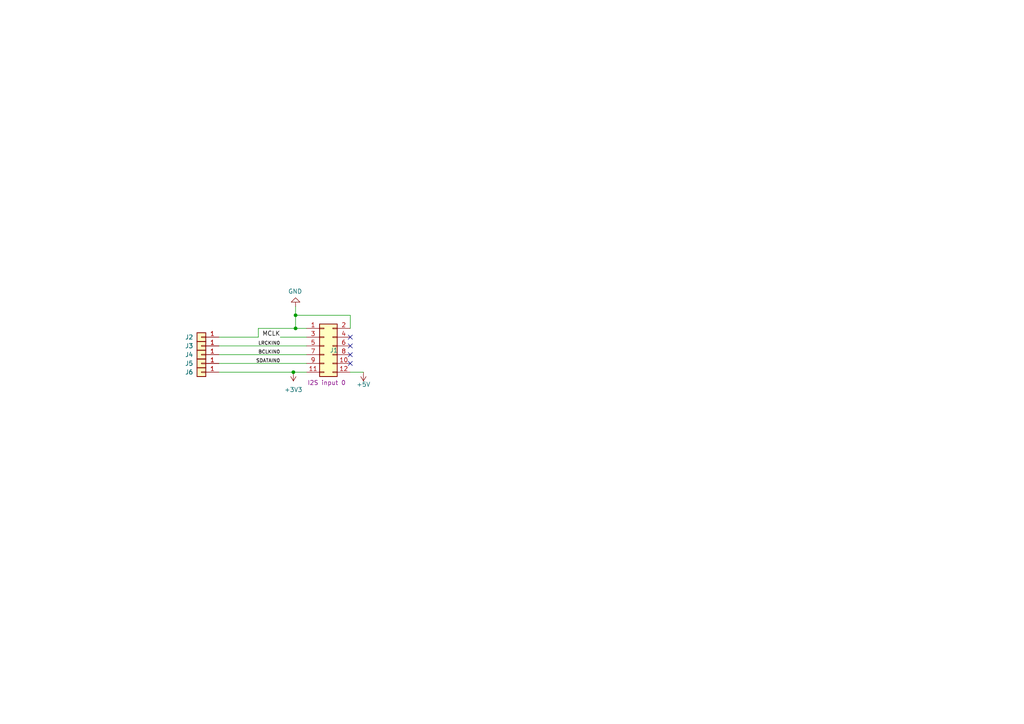
<source format=kicad_sch>
(kicad_sch (version 20231120) (generator "eeschema") (generator_version "8.0")
  (paper "A4")
  (lib_symbols
    (symbol "AMPP_1466_V0-rescue:+3V3-power" (power) (pin_names (offset 0))
      (property "Value" "+3V3-power" (at 0 3.556 0))
      (symbol "+3V3-power_0_1"
        (polyline (pts (xy -0.762 1.27) (xy 0 2.54)))
        (polyline (pts (xy 0 0) (xy 0 2.54)))
        (polyline (pts (xy 0 2.54) (xy 0.762 1.27)))
      )
      (symbol "+3V3-power_1_1"
        (pin power_in line (at 0 0 90) (length 0) hide (name "+3V3") (number "1"))
      )
    )
    (symbol "AMPP_1466_V0-rescue:+5V-power" (power) (pin_names (offset 0))
      (property "Value" "+5V-power" (at 0 3.556 0))
      (symbol "+5V-power_0_1"
        (polyline (pts (xy -0.762 1.27) (xy 0 2.54)))
        (polyline (pts (xy 0 0) (xy 0 2.54)))
        (polyline (pts (xy 0 2.54) (xy 0.762 1.27)))
      )
      (symbol "+5V-power_1_1"
        (pin power_in line (at 0 0 90) (length 0) hide (name "+5V") (number "1"))
      )
    )
    (symbol "AMPP_1466_V0-rescue:GND-power" (power) (pin_names (offset 0))
      (property "Value" "GND-power" (at 0 -3.81 0))
      (symbol "GND-power_0_1"
        (polyline (pts (xy 0 0) (xy 0 -1.27) (xy 1.27 -1.27) (xy 0 -2.54) (xy -1.27 -1.27) (xy 0 -1.27)))
      )
      (symbol "GND-power_1_1"
        (pin power_in line (at 0 0 270) (length 0) hide (name "GND") (number "1"))
      )
    )
    (symbol "Connector_Generic:Conn_01x01" (pin_names (offset 1.016) hide)
      (property "Reference" "J" (at 0 2.54 0))
      (property "Value" "Conn_01x01" (at 0 -2.54 0))
      (symbol "Conn_01x01_1_1"
        (rectangle (start -1.27 0.127) (end 0 -0.127) (stroke (width 0.1524)))
        (rectangle (start -1.27 1.27) (end 1.27 -1.27) (stroke (width 0.254)) (fill (type background)))
        (pin passive line (at -5.08 0 0) (length 3.81) (name "Pin_1") (number "1"))
      )
    )
    (symbol "Connector_Generic:Conn_02x06_Odd_Even" (pin_names (offset 1.016) hide)
      (property "Reference" "J" (at 1.27 7.62 0))
      (property "Value" "Conn_02x06_Odd_Even" (at 1.27 -10.16 0))
      (symbol "Conn_02x06_Odd_Even_1_1"
        (rectangle (start -1.27 -7.493) (end 0 -7.747) (stroke (width 0.1524)))
        (rectangle (start -1.27 -4.953) (end 0 -5.207) (stroke (width 0.1524)))
        (rectangle (start -1.27 -2.413) (end 0 -2.667) (stroke (width 0.1524)))
        (rectangle (start -1.27 0.127) (end 0 -0.127) (stroke (width 0.1524)))
        (rectangle (start -1.27 2.667) (end 0 2.413) (stroke (width 0.1524)))
        (rectangle (start -1.27 5.207) (end 0 4.953) (stroke (width 0.1524)))
        (rectangle (start -1.27 6.35) (end 3.81 -8.89) (stroke (width 0.254)) (fill (type background)))
        (rectangle (start 3.81 -7.493) (end 2.54 -7.747) (stroke (width 0.1524)))
        (rectangle (start 3.81 -4.953) (end 2.54 -5.207) (stroke (width 0.1524)))
        (rectangle (start 3.81 -2.413) (end 2.54 -2.667) (stroke (width 0.1524)))
        (rectangle (start 3.81 0.127) (end 2.54 -0.127) (stroke (width 0.1524)))
        (rectangle (start 3.81 2.667) (end 2.54 2.413) (stroke (width 0.1524)))
        (rectangle (start 3.81 5.207) (end 2.54 4.953) (stroke (width 0.1524)))
        (pin passive line (at -5.08 5.08 0) (length 3.81) (name "Pin_1") (number "1"))
        (pin passive line (at 7.62 -5.08 180) (length 3.81) (name "Pin_10") (number "10"))
        (pin passive line (at -5.08 -7.62 0) (length 3.81) (name "Pin_11") (number "11"))
        (pin passive line (at 7.62 -7.62 180) (length 3.81) (name "Pin_12") (number "12"))
        (pin passive line (at 7.62 5.08 180) (length 3.81) (name "Pin_2") (number "2"))
        (pin passive line (at -5.08 2.54 0) (length 3.81) (name "Pin_3") (number "3"))
        (pin passive line (at 7.62 2.54 180) (length 3.81) (name "Pin_4") (number "4"))
        (pin passive line (at -5.08 0 0) (length 3.81) (name "Pin_5") (number "5"))
        (pin passive line (at 7.62 0 180) (length 3.81) (name "Pin_6") (number "6"))
        (pin passive line (at -5.08 -2.54 0) (length 3.81) (name "Pin_7") (number "7"))
        (pin passive line (at 7.62 -2.54 180) (length 3.81) (name "Pin_8") (number "8"))
        (pin passive line (at -5.08 -5.08 0) (length 3.81) (name "Pin_9") (number "9"))
      )
    )
  )
  (junction (at 85.725 95.25))
  (junction (at 85.725 91.44))
  (junction (at 85.09 107.95))
  (no_connect (at 101.6 105.41))
  (no_connect (at 101.6 102.87))
  (no_connect (at 101.6 100.33))
  (no_connect (at 101.6 97.79))
  (wire (pts (xy 63.5 100.33) (xy 88.9 100.33)))
  (wire (pts (xy 63.5 102.87) (xy 88.9 102.87)))
  (wire (pts (xy 74.93 95.25) (xy 85.725 95.25)))
  (wire (pts (xy 85.725 95.25) (xy 88.9 95.25)))
  (wire (pts (xy 63.5 97.79) (xy 74.93 97.79)))
  (wire (pts (xy 85.725 88.9) (xy 85.725 91.44)))
  (wire (pts (xy 88.9 97.79) (xy 81.28 97.79)))
  (wire (pts (xy 85.725 91.44) (xy 85.725 95.25)))
  (wire (pts (xy 63.5 105.41) (xy 88.9 105.41)))
  (wire (pts (xy 88.9 107.95) (xy 85.09 107.95)))
  (wire (pts (xy 74.93 97.79) (xy 74.93 95.25)))
  (wire (pts (xy 63.5 107.95) (xy 85.09 107.95)))
  (wire (pts (xy 101.6 91.44) (xy 85.725 91.44)))
  (wire (pts (xy 101.6 107.95) (xy 105.41 107.95)))
  (wire (pts (xy 101.6 95.25) (xy 101.6 91.44)))
  (label "LRCKIN0" (at 81.28 100.33 180) (effects (font (size 0.9906 0.9906))))
  (label "SDATAIN0" (at 81.28 105.41 180) (effects (font (size 0.9906 0.9906))))
  (label "BCLKIN0" (at 81.28 102.87 180) (effects (font (size 0.9906 0.9906))))
  (label "MCLK" (at 81.28 97.79 180))
  (symbol (lib_id "Connector_Generic:Conn_01x01") (at 58.42 107.95 180) (unit 1)
    (property "Reference" "J6" (at 54.864 107.95 0))
    (property "Value" "Conn_01x01" (effects (hide yes)))
    (property "Footprint" "TestPoint:TestPoint_THTPad_1.0x1.0mm_Drill0.5mm" (effects (hide yes)))
    (property "Description" "Generic connector, single row, 01x01, script generated (kicad-library-utils/schlib/autogen/connector/)" (effects (hide yes)))
  )
  (symbol (lib_id "Connector_Generic:Conn_02x06_Odd_Even") (at 93.98 100.33 0) (unit 1)
    (property "Reference" "J1" (at 98.044 101.6 0) (effects (justify right)))
    (property "Value" "Conn_01x06_Male" (effects (hide yes)))
    (property "Footprint" "00-mylib:EDGE-2x6-2.54" (effects (hide yes)))
    (property "Поле4" "I2S input 0" (at 94.742 110.998 0))
  )
  (symbol (lib_id "AMPP_1466_V0-rescue:+3V3-power") (at 85.09 107.95 180) (unit 1)
    (property "Reference" "#PWR01" (effects (hide yes)))
    (property "Value" "+3V3" (at 85.09 113.03 0))
  )
  (symbol (lib_id "AMPP_1466_V0-rescue:+5V-power") (at 105.41 107.95 180) (unit 1)
    (property "Reference" "#PWR03" (effects (hide yes)))
    (property "Value" "+5V" (at 105.41 111.506 0))
  )
  (symbol (lib_id "Connector_Generic:Conn_01x01") (at 58.42 105.41 180) (unit 1)
    (property "Reference" "J5" (at 54.864 105.41 0))
    (property "Value" "Conn_01x01" (effects (hide yes)))
    (property "Footprint" "TestPoint:TestPoint_THTPad_1.0x1.0mm_Drill0.5mm" (effects (hide yes)))
    (property "Description" "Generic connector, single row, 01x01, script generated (kicad-library-utils/schlib/autogen/connector/)" (effects (hide yes)))
  )
  (symbol (lib_id "Connector_Generic:Conn_01x01") (at 58.42 97.79 180) (unit 1)
    (property "Reference" "J2" (at 54.864 97.79 0))
    (property "Value" "Conn_01x01" (effects (hide yes)))
    (property "Footprint" "TestPoint:TestPoint_THTPad_1.0x1.0mm_Drill0.5mm" (effects (hide yes)))
    (property "Description" "Generic connector, single row, 01x01, script generated (kicad-library-utils/schlib/autogen/connector/)" (effects (hide yes)))
  )
  (symbol (lib_id "Connector_Generic:Conn_01x01") (at 58.42 102.87 180) (unit 1)
    (property "Reference" "J4" (at 54.864 102.87 0))
    (property "Value" "Conn_01x01" (effects (hide yes)))
    (property "Footprint" "TestPoint:TestPoint_THTPad_1.0x1.0mm_Drill0.5mm" (effects (hide yes)))
    (property "Description" "Generic connector, single row, 01x01, script generated (kicad-library-utils/schlib/autogen/connector/)" (effects (hide yes)))
  )
  (symbol (lib_id "Connector_Generic:Conn_01x01") (at 58.42 100.33 180) (unit 1)
    (property "Reference" "J3" (at 54.864 100.33 0))
    (property "Value" "Conn_01x01" (effects (hide yes)))
    (property "Footprint" "TestPoint:TestPoint_THTPad_1.0x1.0mm_Drill0.5mm" (effects (hide yes)))
    (property "Description" "Generic connector, single row, 01x01, script generated (kicad-library-utils/schlib/autogen/connector/)" (effects (hide yes)))
  )
  (symbol (lib_id "AMPP_1466_V0-rescue:GND-power") (at 85.725 88.9 180) (unit 1)
    (property "Reference" "#PWR02" (effects (hide yes)))
    (property "Value" "GND" (at 85.598 84.5058 0))
  )
)
</source>
